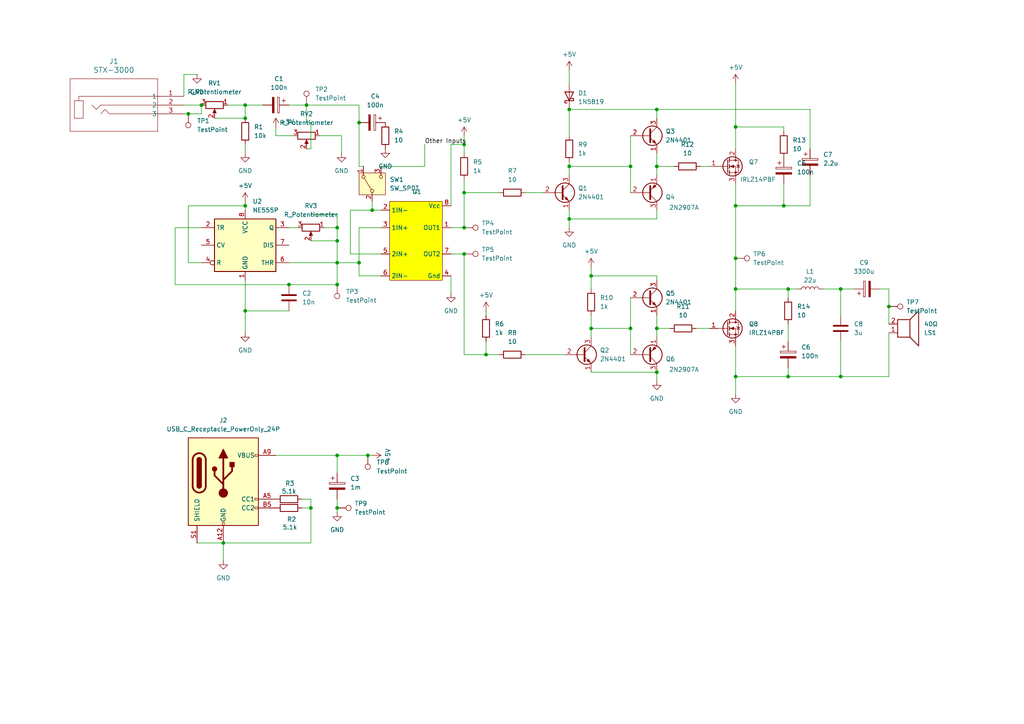
<source format=kicad_sch>
(kicad_sch (version 20250114) (generator "eeschema") (generator_version "9.0")
  (paper "A4")
  (title_block (title "Class D Amplifier") (date "2025-09-22") (rev "01") (company "University of Waterloo"))
  (lib_symbols
    (symbol "Audio Jack ClassD:STX-3000" (pin_names (offset 0.254))
      (property "Reference" "J" (at -20.32 10.16 0))
      (property "Value" "STX-3000" (at -20.32 7.62 0))
      (symbol "STX-3000_0_1"
        (polyline (pts (xy -33.02 5.08) (xy -33.02 -10.16)) (stroke (width 0.127)))
        (polyline (pts (xy -33.02 -10.16) (xy -7.62 -10.16)) (stroke (width 0.127)))
        (polyline (pts (xy -31.75 -1.27) (xy -29.21 -1.27)) (stroke (width 0.127)))
        (polyline (pts (xy -31.75 -6.35) (xy -31.75 -1.27)) (stroke (width 0.127)))
        (polyline (pts (xy -30.48 0) (xy -30.48 -1.27)) (stroke (width 0.127)))
        (polyline (pts (xy -29.21 -1.27) (xy -29.21 -6.35)) (stroke (width 0.127)))
        (polyline (pts (xy -29.21 -6.35) (xy -31.75 -6.35)) (stroke (width 0.127)))
        (polyline (pts (xy -25.4 -3.81) (xy -26.67 -2.54)) (stroke (width 0.127)))
        (polyline (pts (xy -25.4 -3.81) (xy -24.13 -2.54)) (stroke (width 0.127)))
        (polyline (pts (xy -22.86 -3.81) (xy -24.13 -5.08)) (stroke (width 0.127)))
        (polyline (pts (xy -21.59 -5.08) (xy -22.86 -3.81)) (stroke (width 0.127)))
        (polyline (pts (xy -7.62 5.08) (xy -33.02 5.08)) (stroke (width 0.127)))
        (polyline (pts (xy -7.62 0) (xy -30.48 0)) (stroke (width 0.127)))
        (polyline (pts (xy -7.62 -2.54) (xy -24.13 -2.54)) (stroke (width 0.127)))
        (polyline (pts (xy -7.62 -5.08) (xy -21.59 -5.08)) (stroke (width 0.127)))
        (polyline (pts (xy -7.62 -10.16) (xy -7.62 5.08)) (stroke (width 0.127)))
        (pin unspecified line (at 0 0 180) (length 7.62) (name "1") (number "1"))
        (pin unspecified line (at 0 -2.54 180) (length 7.62) (name "2") (number "2"))
        (pin unspecified line (at 0 -5.08 180) (length 7.62) (name "3") (number "3"))
      )
    )
    (symbol "Connector:TestPoint" (pin_numbers (hide yes)) (pin_names (offset 0.762) (hide yes))
      (property "Reference" "TP" (at 0 6.858 0))
      (property "Value" "TestPoint" (at 0 5.08 0))
      (symbol "TestPoint_0_1"
        (circle (center 0 3.302) (radius 0.762))
      )
      (symbol "TestPoint_1_1"
        (pin passive line (at 0 0 90) (length 2.54) (name "1") (number "1"))
      )
    )
    (symbol "Connector:USB_C_Receptacle_PowerOnly_24P" (pin_names (offset 1.016))
      (property "Reference" "J" (at 0 16.51 0))
      (property "Value" "USB_C_Receptacle_PowerOnly_24P" (at 0 13.97 0))
      (symbol "USB_C_Receptacle_PowerOnly_24P_0_0"
        (rectangle (start -0.254 -12.7) (end 0.254 -11.684))
        (rectangle (start 10.16 7.874) (end 9.144 7.366))
        (rectangle (start 10.16 -4.826) (end 9.144 -5.334))
        (rectangle (start 10.16 -7.366) (end 9.144 -7.874))
      )
      (symbol "USB_C_Receptacle_PowerOnly_24P_0_1"
        (rectangle (start -10.16 12.7) (end 10.16 -12.7) (stroke (width 0.254)) (fill (type background)))
        (polyline (pts (xy -8.89 -1.27) (xy -8.89 6.35)) (stroke (width 0.508)))
        (rectangle (start -7.62 -1.27) (end -6.35 6.35) (stroke (width 0.254)) (fill (type outline)))
        (arc (start -7.62 6.35) (mid -6.985 6.9823) (end -6.35 6.35) (stroke (width 0.254)))
        (arc (start -7.62 6.35) (mid -6.985 6.9823) (end -6.35 6.35) (stroke (width 0.254)) (fill (type outline)))
        (arc (start -8.89 6.35) (mid -6.985 8.2467) (end -5.08 6.35) (stroke (width 0.508)))
        (arc (start -5.08 -1.27) (mid -6.985 -3.1667) (end -8.89 -1.27) (stroke (width 0.508)))
        (arc (start -6.35 -1.27) (mid -6.985 -1.9023) (end -7.62 -1.27) (stroke (width 0.254)))
        (arc (start -6.35 -1.27) (mid -6.985 -1.9023) (end -7.62 -1.27) (stroke (width 0.254)) (fill (type outline)))
        (polyline (pts (xy -5.08 6.35) (xy -5.08 -1.27)) (stroke (width 0.508)))
        (circle (center -2.54 3.683) (radius 0.635) (stroke (width 0.254)) (fill (type outline)))
        (polyline (pts (xy -1.27 6.858) (xy 0 9.398) (xy 1.27 6.858) (xy -1.27 6.858)) (stroke (width 0.254)) (fill (type outline)))
        (polyline (pts (xy 0 0.508) (xy 2.54 3.048) (xy 2.54 4.318)) (stroke (width 0.508)))
        (polyline (pts (xy 0 -0.762) (xy -2.54 1.778) (xy -2.54 3.048)) (stroke (width 0.508)))
        (polyline (pts (xy 0 -3.302) (xy 0 6.858)) (stroke (width 0.508)))
        (circle (center 0 -3.302) (radius 1.27) (fill (type outline)))
        (rectangle (start 1.905 4.318) (end 3.175 5.588) (stroke (width 0.254)) (fill (type outline)))
      )
      (symbol "USB_C_Receptacle_PowerOnly_24P_1_1"
        (pin passive line (at -7.62 -17.78 90) (length 5.08) (name "SHIELD") (number "S1"))
        (pin passive line (at 0 -17.78 90) (length 5.08) (hide yes) (name "GND") (number "A1"))
        (pin power_in line (at 0 -17.78 90) (length 5.08) (name "GND") (number "A12"))
        (pin passive line (at 0 -17.78 90) (length 5.08) (hide yes) (name "GND") (number "B1"))
        (pin passive line (at 0 -17.78 90) (length 5.08) (hide yes) (name "GND") (number "B12"))
        (pin passive line (at 15.24 7.62 180) (length 5.08) (hide yes) (name "VBUS") (number "A4"))
        (pin power_in line (at 15.24 7.62 180) (length 5.08) (name "VBUS") (number "A9"))
        (pin passive line (at 15.24 7.62 180) (length 5.08) (hide yes) (name "VBUS") (number "B4"))
        (pin passive line (at 15.24 7.62 180) (length 5.08) (hide yes) (name "VBUS") (number "B9"))
        (pin bidirectional line (at 15.24 -5.08 180) (length 5.08) (name "CC1") (number "A5"))
        (pin bidirectional line (at 15.24 -7.62 180) (length 5.08) (name "CC2") (number "B5"))
      )
    )
    (symbol "Device:C" (pin_numbers (hide yes)) (pin_names (offset 0.254))
      (property "Reference" "C" (at 0.635 2.54 0))
      (property "Value" "C" (at 0.635 -2.54 0))
      (symbol "C_0_1"
        (polyline (pts (xy -2.032 0.762) (xy 2.032 0.762)) (stroke (width 0.508)))
        (polyline (pts (xy -2.032 -0.762) (xy 2.032 -0.762)) (stroke (width 0.508)))
      )
      (symbol "C_1_1"
        (pin passive line (at 0 3.81 270) (length 2.794) (name "~") (number "1"))
        (pin passive line (at 0 -3.81 90) (length 2.794) (name "~") (number "2"))
      )
    )
    (symbol "Device:C_Polarized" (pin_numbers (hide yes)) (pin_names (offset 0.254))
      (property "Reference" "C" (at 0.635 2.54 0))
      (property "Value" "C_Polarized" (at 0.635 -2.54 0))
      (symbol "C_Polarized_0_1"
        (rectangle (start -2.286 0.508) (end 2.286 1.016))
        (polyline (pts (xy -1.778 2.286) (xy -0.762 2.286)))
        (polyline (pts (xy -1.27 2.794) (xy -1.27 1.778)))
        (rectangle (start 2.286 -0.508) (end -2.286 -1.016) (fill (type outline)))
      )
      (symbol "C_Polarized_1_1"
        (pin passive line (at 0 3.81 270) (length 2.794) (name "~") (number "1"))
        (pin passive line (at 0 -3.81 90) (length 2.794) (name "~") (number "2"))
      )
    )
    (symbol "Device:L" (pin_numbers (hide yes)) (pin_names (offset 1.016) (hide yes))
      (property "Reference" "L" (at -1.27 0 90))
      (property "Value" "L" (at 1.905 0 90))
      (symbol "L_0_1"
        (arc (start 0 2.54) (mid 0.6323 1.905) (end 0 1.27))
        (arc (start 0 1.27) (mid 0.6323 0.635) (end 0 0))
        (arc (start 0 0) (mid 0.6323 -0.635) (end 0 -1.27))
        (arc (start 0 -1.27) (mid 0.6323 -1.905) (end 0 -2.54))
      )
      (symbol "L_1_1"
        (pin passive line (at 0 3.81 270) (length 1.27) (name "1") (number "1"))
        (pin passive line (at 0 -3.81 90) (length 1.27) (name "2") (number "2"))
      )
    )
    (symbol "Device:R" (pin_numbers (hide yes)) (pin_names (offset 0))
      (property "Reference" "R" (at 2.032 0 90))
      (property "Value" "R" (at 0 0 90))
      (symbol "R_0_1"
        (rectangle (start -1.016 -2.54) (end 1.016 2.54) (stroke (width 0.254)))
      )
      (symbol "R_1_1"
        (pin passive line (at 0 3.81 270) (length 1.27) (name "~") (number "1"))
        (pin passive line (at 0 -3.81 90) (length 1.27) (name "~") (number "2"))
      )
    )
    (symbol "Device:R_Potentiometer" (pin_names (offset 1.016) (hide yes))
      (property "Reference" "RV" (at -4.445 0 90))
      (property "Value" "R_Potentiometer" (at -2.54 0 90))
      (symbol "R_Potentiometer_0_1"
        (rectangle (start 1.016 2.54) (end -1.016 -2.54) (stroke (width 0.254)))
        (polyline (pts (xy 1.143 0) (xy 2.286 0.508) (xy 2.286 -0.508) (xy 1.143 0)) (fill (type outline)))
        (polyline (pts (xy 2.54 0) (xy 1.524 0)))
      )
      (symbol "R_Potentiometer_1_1"
        (pin passive line (at 0 3.81 270) (length 1.27) (name "1") (number "1"))
        (pin passive line (at 0 -3.81 90) (length 1.27) (name "3") (number "3"))
        (pin passive line (at 3.81 0 180) (length 1.27) (name "2") (number "2"))
      )
    )
    (symbol "Device:Speaker" (pin_names (offset 0) (hide yes))
      (property "Reference" "LS" (at 1.27 5.715 0))
      (property "Value" "Speaker" (at 1.27 3.81 0))
      (symbol "Speaker_0_0"
        (rectangle (start -2.54 1.27) (end 1.016 -3.81) (stroke (width 0.254)))
        (polyline (pts (xy 1.016 1.27) (xy 3.556 3.81) (xy 3.556 -6.35) (xy 1.016 -3.81)) (stroke (width 0.254)))
      )
      (symbol "Speaker_1_1"
        (pin input line (at -5.08 0 0) (length 2.54) (name "1") (number "1"))
        (pin input line (at -5.08 -2.54 0) (length 2.54) (name "2") (number "2"))
      )
    )
    (symbol "Diode:1N5819WS" (pin_numbers (hide yes)) (pin_names (offset 1.016) (hide yes))
      (property "Reference" "D" (at 0 2.54 0))
      (property "Value" "1N5819WS" (at 0 -2.54 0))
      (symbol "1N5819WS_0_1"
        (polyline (pts (xy -1.905 0.635) (xy -1.905 1.27) (xy -1.27 1.27) (xy -1.27 -1.27) (xy -0.635 -1.27) (xy -0.635 -0.635)) (stroke (width 0.254)))
        (polyline (pts (xy 1.27 1.27) (xy 1.27 -1.27) (xy -1.27 0) (xy 1.27 1.27)) (stroke (width 0.254)))
        (polyline (pts (xy 1.27 0) (xy -1.27 0)))
      )
      (symbol "1N5819WS_1_1"
        (pin passive line (at -3.81 0 0) (length 2.54) (name "K") (number "1"))
        (pin passive line (at 3.81 0 180) (length 2.54) (name "A") (number "2"))
      )
    )
    (symbol "LM393 DUAL:LM393_Dual"
      (property "Reference" "LM393" (at 0.254 14.224 0))
      (property "Value" "~" (at 0 13.97 0))
      (symbol "LM393_Dual_1_1"
        (rectangle (start -7.62 11.43) (end 7.62 -11.43) (fill (type color) (color 252 255 0 1)))
        (pin input line (at -10.16 8.89 0) (length 2.54) (name "1IN-") (number "2"))
        (pin input line (at -10.16 3.81 0) (length 2.54) (name "1IN+") (number "3"))
        (pin input line (at -10.16 -3.81 0) (length 2.54) (name "2IN+") (number "5"))
        (pin input line (at -10.16 -10.16 0) (length 2.54) (name "2IN-") (number "6"))
        (pin power_in line (at 10.16 10.16 180) (length 2.54) (name "Vcc") (number "8"))
        (pin output line (at 10.16 3.81 180) (length 2.54) (name "OUT1") (number "1"))
        (pin output line (at 10.16 -3.81 180) (length 2.54) (name "OUT2") (number "7"))
        (pin power_out line (at 10.16 -10.16 180) (length 2.54) (name "Gnd") (number "4"))
      )
    )
    (symbol "Switch:SW_SPDT" (pin_names (offset 0) (hide yes))
      (property "Reference" "SW" (at 0 5.08 0))
      (property "Value" "SW_SPDT" (at 0 -5.08 0))
      (symbol "SW_SPDT_0_1"
        (circle (center -2.032 0) (radius 0.4572))
        (polyline (pts (xy -1.651 0.254) (xy 1.651 2.286)))
        (circle (center 2.032 2.54) (radius 0.4572))
        (circle (center 2.032 -2.54) (radius 0.4572))
      )
      (symbol "SW_SPDT_1_1"
        (rectangle (start -3.175 3.81) (end 3.175 -3.81) (fill (type background)))
        (pin passive line (at -5.08 0 0) (length 2.54) (name "B") (number "2"))
        (pin passive line (at 5.08 2.54 180) (length 2.54) (name "A") (number "1"))
        (pin passive line (at 5.08 -2.54 180) (length 2.54) (name "C") (number "3"))
      )
    )
    (symbol "Timer:NE555P"
      (property "Reference" "U" (at -10.16 8.89 0))
      (property "Value" "NE555P" (at 2.54 8.89 0))
      (symbol "NE555P_0_0"
        (pin power_in line (at 0 10.16 270) (length 2.54) (name "VCC") (number "8"))
        (pin power_in line (at 0 -10.16 90) (length 2.54) (name "GND") (number "1"))
      )
      (symbol "NE555P_0_1"
        (rectangle (start -8.89 -7.62) (end 8.89 7.62) (stroke (width 0.254)) (fill (type background)))
        (rectangle (start -8.89 -7.62) (end 8.89 7.62) (stroke (width 0.254)) (fill (type background)))
      )
      (symbol "NE555P_1_1"
        (pin input line (at -12.7 5.08 0) (length 3.81) (name "TR") (number "2"))
        (pin input line (at -12.7 0 0) (length 3.81) (name "CV") (number "5"))
        (pin input inverted (at -12.7 -5.08 0) (length 3.81) (name "R") (number "4"))
        (pin output line (at 12.7 5.08 180) (length 3.81) (name "Q") (number "3"))
        (pin input line (at 12.7 0 180) (length 3.81) (name "DIS") (number "7"))
        (pin input line (at 12.7 -5.08 180) (length 3.81) (name "THR") (number "6"))
      )
    )
    (symbol "Transistor_BJT:2N3904" (pin_names (offset 0) (hide yes))
      (property "Reference" "Q" (at 5.08 1.905 0))
      (property "Value" "2N3904" (at 5.08 0 0))
      (symbol "2N3904_0_1"
        (polyline (pts (xy -2.54 0) (xy 0.635 0)))
        (polyline (pts (xy 0.635 1.905) (xy 0.635 -1.905)) (stroke (width 0.508)))
        (circle (center 1.27 0) (radius 2.8194) (stroke (width 0.254)))
      )
      (symbol "2N3904_1_1"
        (polyline (pts (xy 0.635 0.635) (xy 2.54 2.54)))
        (polyline (pts (xy 0.635 -0.635) (xy 2.54 -2.54)))
        (polyline (pts (xy 1.27 -1.778) (xy 1.778 -1.27) (xy 2.286 -2.286) (xy 1.27 -1.778)) (fill (type outline)))
        (pin input line (at -5.08 0 0) (length 2.54) (name "B") (number "2"))
        (pin passive line (at 2.54 5.08 270) (length 2.54) (name "C") (number "3"))
        (pin passive line (at 2.54 -5.08 90) (length 2.54) (name "E") (number "1"))
      )
    )
    (symbol "Transistor_BJT:2N3906" (pin_names (offset 0) (hide yes))
      (property "Reference" "Q" (at 5.08 1.905 0))
      (property "Value" "2N3906" (at 5.08 0 0))
      (symbol "2N3906_0_1"
        (polyline (pts (xy -2.54 0) (xy 0.635 0)))
        (polyline (pts (xy 0.635 1.905) (xy 0.635 -1.905)) (stroke (width 0.508)))
        (polyline (pts (xy 0.635 0.635) (xy 2.54 2.54)))
        (polyline (pts (xy 0.635 -0.635) (xy 2.54 -2.54)))
        (circle (center 1.27 0) (radius 2.8194) (stroke (width 0.254)))
        (polyline (pts (xy 2.286 -1.778) (xy 1.778 -2.286) (xy 1.27 -1.27) (xy 2.286 -1.778)) (fill (type outline)))
      )
      (symbol "2N3906_1_1"
        (pin input line (at -5.08 0 0) (length 2.54) (name "B") (number "2"))
        (pin passive line (at 2.54 5.08 270) (length 2.54) (name "C") (number "3"))
        (pin passive line (at 2.54 -5.08 90) (length 2.54) (name "E") (number "1"))
      )
    )
    (symbol "Transistor_FET:IRF540N" (pin_names (hide yes))
      (property "Reference" "Q" (at 5.08 1.905 0))
      (property "Value" "IRF540N" (at 5.08 0 0))
      (symbol "IRF540N_0_1"
        (polyline (pts (xy 0.254 1.905) (xy 0.254 -1.905)) (stroke (width 0.254)))
        (polyline (pts (xy 0.254 0) (xy -2.54 0)))
        (polyline (pts (xy 0.762 2.286) (xy 0.762 1.27)) (stroke (width 0.254)))
        (polyline (pts (xy 0.762 0.508) (xy 0.762 -0.508)) (stroke (width 0.254)))
        (polyline (pts (xy 0.762 -1.27) (xy 0.762 -2.286)) (stroke (width 0.254)))
        (polyline (pts (xy 0.762 -1.778) (xy 3.302 -1.778) (xy 3.302 1.778) (xy 0.762 1.778)))
        (polyline (pts (xy 1.016 0) (xy 2.032 0.381) (xy 2.032 -0.381) (xy 1.016 0)) (fill (type outline)))
        (circle (center 1.651 0) (radius 2.794) (stroke (width 0.254)))
        (polyline (pts (xy 2.54 2.54) (xy 2.54 1.778)))
        (circle (center 2.54 1.778) (radius 0.254) (fill (type outline)))
        (circle (center 2.54 -1.778) (radius 0.254) (fill (type outline)))
        (polyline (pts (xy 2.54 -2.54) (xy 2.54 0) (xy 0.762 0)))
        (polyline (pts (xy 2.794 0.508) (xy 2.921 0.381) (xy 3.683 0.381) (xy 3.81 0.254)))
        (polyline (pts (xy 3.302 0.381) (xy 2.921 -0.254) (xy 3.683 -0.254) (xy 3.302 0.381)))
      )
      (symbol "IRF540N_1_1"
        (pin input line (at -5.08 0 0) (length 2.54) (name "G") (number "1"))
        (pin passive line (at 2.54 5.08 270) (length 2.54) (name "D") (number "2"))
        (pin passive line (at 2.54 -5.08 90) (length 2.54) (name "S") (number "3"))
      )
    )
    (symbol "power:+5V" (power) (pin_numbers (hide yes)) (pin_names (offset 0) (hide yes))
      (property "Value" "+5V" (at 0 3.556 0))
      (symbol "+5V_0_1"
        (polyline (pts (xy -0.762 1.27) (xy 0 2.54)))
        (polyline (pts (xy 0 2.54) (xy 0.762 1.27)))
        (polyline (pts (xy 0 0) (xy 0 2.54)))
      )
      (symbol "+5V_1_1"
        (pin power_in line (at 0 0 90) (length 0) (name "~") (number "1"))
      )
    )
    (symbol "power:GND" (power) (pin_numbers (hide yes)) (pin_names (offset 0) (hide yes))
      (property "Value" "GND" (at 0 -3.81 0))
      (symbol "GND_0_1"
        (polyline (pts (xy 0 0) (xy 0 -1.27) (xy 1.27 -1.27) (xy 0 -2.54) (xy -1.27 -1.27) (xy 0 -1.27)))
      )
      (symbol "GND_1_1"
        (pin power_in line (at 0 0 270) (length 0) (name "~") (number "1"))
      )
    )
  )
  (junction (at 190.5 48.26))
  (junction (at 104.14 35.56))
  (junction (at 71.12 34.29))
  (junction (at 228.6 83.82))
  (junction (at 64.77 157.48))
  (junction (at 97.79 69.85))
  (junction (at 97.79 76.2))
  (junction (at 134.62 55.88))
  (junction (at 190.5 31.75))
  (junction (at 228.6 109.22))
  (junction (at 171.45 95.25))
  (junction (at 97.79 147.32))
  (junction (at 134.62 41.91))
  (junction (at 58.42 30.48))
  (junction (at 71.12 90.17))
  (junction (at 165.1 31.75))
  (junction (at 140.97 102.87))
  (junction (at 213.36 36.83))
  (junction (at 190.5 95.25))
  (junction (at 71.12 30.48))
  (junction (at 106.68 132.08))
  (junction (at 107.95 60.96))
  (junction (at 190.5 107.95))
  (junction (at 104.14 76.2))
  (junction (at 213.36 109.22))
  (junction (at 171.45 80.01))
  (junction (at 182.88 95.25))
  (junction (at 213.36 74.93))
  (junction (at 213.36 59.69))
  (junction (at 213.36 83.82))
  (junction (at 165.1 63.5))
  (junction (at 257.81 88.9))
  (junction (at 134.62 73.66))
  (junction (at 83.82 82.55))
  (junction (at 165.1 48.26))
  (junction (at 243.84 83.82))
  (junction (at 227.33 59.69))
  (junction (at 88.9 30.48))
  (junction (at 134.62 66.04))
  (junction (at 97.79 82.55))
  (junction (at 90.17 147.32))
  (junction (at 243.84 109.22))
  (junction (at 71.12 59.69))
  (junction (at 182.88 48.26))
  (junction (at 54.61 33.02))
  (junction (at 97.79 66.04))
  (junction (at 97.79 132.08))
  (wire (pts (xy 104.14 66.04) (xy 110.49 66.04)))
  (wire (pts (xy 140.97 90.17) (xy 140.97 91.44)))
  (wire (pts (xy 97.79 132.08) (xy 106.68 132.08)))
  (wire (pts (xy 228.6 109.22) (xy 243.84 109.22)))
  (wire (pts (xy 134.62 55.88) (xy 144.78 55.88)))
  (wire (pts (xy 243.84 109.22) (xy 257.81 109.22)))
  (wire (pts (xy 53.34 21.59) (xy 57.15 21.59)))
  (wire (pts (xy 213.36 83.82) (xy 228.6 83.82)))
  (wire (pts (xy 101.6 73.66) (xy 110.49 73.66)))
  (wire (pts (xy 190.5 91.44) (xy 190.5 95.25)))
  (wire (pts (xy 54.61 76.2) (xy 54.61 59.69)))
  (wire (pts (xy 50.8 66.04) (xy 50.8 82.55)))
  (wire (pts (xy 97.79 147.32) (xy 97.79 148.59)))
  (wire (pts (xy 54.61 59.69) (xy 71.12 59.69)))
  (wire (pts (xy 110.49 48.26) (xy 123.19 48.26)))
  (wire (pts (xy 88.9 35.56) (xy 88.9 30.48)))
  (wire (pts (xy 104.14 80.01) (xy 110.49 80.01)))
  (wire (pts (xy 234.95 59.69) (xy 227.33 59.69)))
  (wire (pts (xy 201.93 95.25) (xy 205.74 95.25)))
  (wire (pts (xy 80.01 132.08) (xy 97.79 132.08)))
  (wire (pts (xy 228.6 93.98) (xy 228.6 99.06)))
  (wire (pts (xy 165.1 60.96) (xy 165.1 63.5)))
  (wire (pts (xy 101.6 60.96) (xy 107.95 60.96)))
  (wire (pts (xy 71.12 58.42) (xy 71.12 59.69)))
  (wire (pts (xy 134.62 55.88) (xy 134.62 52.07)))
  (wire (pts (xy 190.5 48.26) (xy 190.5 50.8)))
  (wire (pts (xy 107.95 60.96) (xy 110.49 60.96)))
  (wire (pts (xy 134.62 73.66) (xy 134.62 102.87)))
  (wire (pts (xy 228.6 83.82) (xy 228.6 86.36)))
  (wire (pts (xy 190.5 31.75) (xy 190.5 34.29)))
  (wire (pts (xy 165.1 48.26) (xy 182.88 48.26)))
  (wire (pts (xy 227.33 38.1) (xy 227.33 36.83)))
  (wire (pts (xy 190.5 44.45) (xy 190.5 48.26)))
  (wire (pts (xy 190.5 110.49) (xy 190.5 107.95)))
  (wire (pts (xy 106.68 132.08) (xy 107.95 132.08)))
  (wire (pts (xy 165.1 20.32) (xy 165.1 24.13)))
  (wire (pts (xy 64.77 157.48) (xy 64.77 162.56)))
  (wire (pts (xy 53.34 30.48) (xy 58.42 30.48)))
  (wire (pts (xy 257.81 96.52) (xy 257.81 109.22)))
  (wire (pts (xy 50.8 82.55) (xy 83.82 82.55)))
  (wire (pts (xy 53.34 27.94) (xy 53.34 21.59)))
  (wire (pts (xy 171.45 107.95) (xy 190.5 107.95)))
  (wire (pts (xy 99.06 39.37) (xy 99.06 44.45)))
  (wire (pts (xy 228.6 83.82) (xy 231.14 83.82)))
  (wire (pts (xy 234.95 43.18) (xy 234.95 31.75)))
  (wire (pts (xy 182.88 48.26) (xy 182.88 55.88)))
  (wire (pts (xy 134.62 66.04) (xy 134.62 55.88)))
  (wire (pts (xy 97.79 76.2) (xy 104.14 76.2)))
  (wire (pts (xy 130.81 41.91) (xy 130.81 59.69)))
  (wire (pts (xy 213.36 109.22) (xy 228.6 109.22)))
  (wire (pts (xy 195.58 48.26) (xy 190.5 48.26)))
  (wire (pts (xy 190.5 95.25) (xy 190.5 97.79)))
  (wire (pts (xy 88.9 30.48) (xy 83.82 30.48)))
  (wire (pts (xy 101.6 60.96) (xy 101.6 73.66)))
  (wire (pts (xy 257.81 88.9) (xy 257.81 93.98)))
  (wire (pts (xy 171.45 80.01) (xy 171.45 83.82)))
  (wire (pts (xy 104.14 35.56) (xy 104.14 48.26)))
  (wire (pts (xy 213.36 59.69) (xy 213.36 74.93)))
  (wire (pts (xy 165.1 39.37) (xy 165.1 31.75)))
  (wire (pts (xy 87.63 147.32) (xy 90.17 147.32)))
  (wire (pts (xy 104.14 76.2) (xy 104.14 80.01)))
  (wire (pts (xy 255.27 83.82) (xy 257.81 83.82)))
  (wire (pts (xy 123.19 41.91) (xy 123.19 48.26)))
  (wire (pts (xy 165.1 31.75) (xy 190.5 31.75)))
  (wire (pts (xy 90.17 147.32) (xy 90.17 157.48)))
  (wire (pts (xy 152.4 55.88) (xy 157.48 55.88)))
  (wire (pts (xy 104.14 66.04) (xy 104.14 76.2)))
  (wire (pts (xy 243.84 83.82) (xy 247.65 83.82)))
  (wire (pts (xy 165.1 63.5) (xy 165.1 66.04)))
  (wire (pts (xy 171.45 97.79) (xy 171.45 95.25)))
  (wire (pts (xy 130.81 73.66) (xy 134.62 73.66)))
  (wire (pts (xy 243.84 83.82) (xy 238.76 83.82)))
  (wire (pts (xy 152.4 102.87) (xy 163.83 102.87)))
  (wire (pts (xy 80.01 36.83) (xy 80.01 39.37)))
  (wire (pts (xy 213.36 100.33) (xy 213.36 109.22)))
  (wire (pts (xy 62.23 34.29) (xy 71.12 34.29)))
  (wire (pts (xy 58.42 66.04) (xy 50.8 66.04)))
  (wire (pts (xy 227.33 36.83) (xy 213.36 36.83)))
  (wire (pts (xy 80.01 39.37) (xy 85.09 39.37)))
  (wire (pts (xy 83.82 82.55) (xy 97.79 82.55)))
  (wire (pts (xy 190.5 80.01) (xy 190.5 81.28)))
  (wire (pts (xy 182.88 86.36) (xy 182.88 95.25)))
  (wire (pts (xy 134.62 102.87) (xy 140.97 102.87)))
  (wire (pts (xy 165.1 63.5) (xy 190.5 63.5)))
  (wire (pts (xy 182.88 39.37) (xy 182.88 48.26)))
  (wire (pts (xy 97.79 66.04) (xy 97.79 69.85)))
  (wire (pts (xy 83.82 66.04) (xy 86.36 66.04)))
  (wire (pts (xy 97.79 62.23) (xy 97.79 66.04)))
  (wire (pts (xy 213.36 53.34) (xy 213.36 59.69)))
  (wire (pts (xy 97.79 132.08) (xy 97.79 137.16)))
  (wire (pts (xy 213.36 36.83) (xy 213.36 43.18)))
  (wire (pts (xy 171.45 77.47) (xy 171.45 80.01)))
  (wire (pts (xy 58.42 76.2) (xy 54.61 76.2)))
  (wire (pts (xy 182.88 95.25) (xy 182.88 102.87)))
  (wire (pts (xy 88.9 43.18) (xy 90.17 43.18)))
  (wire (pts (xy 140.97 99.06) (xy 140.97 102.87)))
  (wire (pts (xy 213.36 24.13) (xy 213.36 36.83)))
  (wire (pts (xy 134.62 39.37) (xy 134.62 41.91)))
  (wire (pts (xy 71.12 30.48) (xy 71.12 34.29)))
  (wire (pts (xy 104.14 48.26) (xy 105.41 48.26)))
  (wire (pts (xy 228.6 106.68) (xy 228.6 109.22)))
  (wire (pts (xy 257.81 83.82) (xy 257.81 88.9)))
  (wire (pts (xy 213.36 83.82) (xy 213.36 90.17)))
  (wire (pts (xy 243.84 83.82) (xy 243.84 91.44)))
  (wire (pts (xy 71.12 30.48) (xy 76.2 30.48)))
  (wire (pts (xy 234.95 50.8) (xy 234.95 59.69)))
  (wire (pts (xy 57.15 157.48) (xy 64.77 157.48)))
  (wire (pts (xy 90.17 69.85) (xy 97.79 69.85)))
  (wire (pts (xy 93.98 66.04) (xy 97.79 66.04)))
  (wire (pts (xy 107.95 58.42) (xy 107.95 60.96)))
  (wire (pts (xy 213.36 109.22) (xy 213.36 114.3)))
  (wire (pts (xy 171.45 95.25) (xy 182.88 95.25)))
  (wire (pts (xy 171.45 91.44) (xy 171.45 95.25)))
  (wire (pts (xy 171.45 80.01) (xy 190.5 80.01)))
  (wire (pts (xy 54.61 33.02) (xy 58.42 33.02)))
  (wire (pts (xy 90.17 147.32) (xy 90.17 144.78)))
  (wire (pts (xy 92.71 39.37) (xy 99.06 39.37)))
  (wire (pts (xy 134.62 41.91) (xy 130.81 41.91)))
  (wire (pts (xy 71.12 41.91) (xy 71.12 44.45)))
  (wire (pts (xy 87.63 144.78) (xy 90.17 144.78)))
  (wire (pts (xy 227.33 59.69) (xy 213.36 59.69)))
  (wire (pts (xy 130.81 85.09) (xy 130.81 80.01)))
  (wire (pts (xy 243.84 99.06) (xy 243.84 109.22)))
  (wire (pts (xy 190.5 95.25) (xy 194.31 95.25)))
  (wire (pts (xy 88.9 30.48) (xy 104.14 30.48)))
  (wire (pts (xy 71.12 81.28) (xy 71.12 90.17)))
  (wire (pts (xy 104.14 30.48) (xy 104.14 35.56)))
  (wire (pts (xy 53.34 33.02) (xy 54.61 33.02)))
  (wire (pts (xy 97.79 76.2) (xy 97.79 82.55)))
  (wire (pts (xy 66.04 30.48) (xy 71.12 30.48)))
  (wire (pts (xy 205.74 48.26) (xy 203.2 48.26)))
  (wire (pts (xy 71.12 90.17) (xy 83.82 90.17)))
  (wire (pts (xy 165.1 48.26) (xy 165.1 50.8)))
  (wire (pts (xy 227.33 53.34) (xy 227.33 59.69)))
  (wire (pts (xy 190.5 63.5) (xy 190.5 60.96)))
  (wire (pts (xy 90.17 43.18) (xy 90.17 35.56)))
  (wire (pts (xy 97.79 69.85) (xy 97.79 76.2)))
  (wire (pts (xy 97.79 144.78) (xy 97.79 147.32)))
  (wire (pts (xy 213.36 74.93) (xy 213.36 83.82)))
  (wire (pts (xy 64.77 157.48) (xy 90.17 157.48)))
  (wire (pts (xy 140.97 102.87) (xy 144.78 102.87)))
  (wire (pts (xy 58.42 33.02) (xy 58.42 30.48)))
  (wire (pts (xy 190.5 31.75) (xy 234.95 31.75)))
  (wire (pts (xy 90.17 62.23) (xy 97.79 62.23)))
  (wire (pts (xy 71.12 59.69) (xy 71.12 60.96)))
  (wire (pts (xy 165.1 46.99) (xy 165.1 48.26)))
  (wire (pts (xy 134.62 41.91) (xy 134.62 44.45)))
  (wire (pts (xy 130.81 66.04) (xy 134.62 66.04)))
  (wire (pts (xy 90.17 35.56) (xy 88.9 35.56)))
  (wire (pts (xy 83.82 76.2) (xy 97.79 76.2)))
  (wire (pts (xy 71.12 90.17) (xy 71.12 96.52)))
  (label "Other Inputs" (at 123.19 41.91 0))
  (symbol (lib_id "power:+5V") (at 213.36 24.13 0) (unit 1)
    (property "Reference" "#PWR018" (effects (hide yes)))
    (property "Value" "+5V" (at 213.36 19.558 0))
    (property "Description" "Power symbol creates a global label with name \"+5V\"" (effects (hide yes)))
  )
  (symbol (lib_id "Device:C_Polarized") (at 234.95 46.99 0) (unit 1)
    (property "Reference" "C7" (at 238.76 44.8309 0) (effects (justify left)))
    (property "Value" "2.2u" (at 238.76 47.3709 0) (effects (justify left)))
    (property "Footprint" "PCM_Capacitor_THT_AKL:C_Rect_L19.0mm_W11.0mm_P15.00mm_MKS4" (effects (hide yes)))
    (property "Description" "Polarized capacitor" (effects (hide yes)))
  )
  (symbol (lib_id "power:GND") (at 111.76 43.18 0) (unit 1)
    (property "Reference" "#PWR010" (effects (hide yes)))
    (property "Value" "GND" (at 111.76 48.26 0))
    (property "Description" "Power symbol creates a global label with name \"GND\" , ground" (effects (hide yes)))
  )
  (symbol (lib_id "Device:C_Polarized") (at 227.33 49.53 0) (unit 1)
    (property "Reference" "C5" (at 231.14 47.3709 0) (effects (justify left)))
    (property "Value" "100n" (at 231.14 49.9109 0) (effects (justify left)))
    (property "Footprint" "PCM_Capacitor_THT_AKL:C_Disc_D5.0mm_W2.5mm_P5.00mm" (effects (hide yes)))
    (property "Description" "Polarized capacitor" (effects (hide yes)))
  )
  (symbol (lib_id "Device:R") (at 148.59 55.88 270) (unit 1)
    (property "Reference" "R7" (at 148.59 49.53 90))
    (property "Value" "10" (at 148.59 52.07 90))
    (property "Footprint" "PCM_Resistor_THT_US_AKL:R_Axial_DIN0411_L9.9mm_D3.6mm_P15.24mm_Horizontal" (effects (hide yes)))
    (property "Description" "Resistor" (effects (hide yes)))
  )
  (symbol (lib_id "power:GND") (at 213.36 114.3 0) (unit 1)
    (property "Reference" "#PWR019" (effects (hide yes)))
    (property "Value" "GND" (at 213.36 119.38 0))
    (property "Description" "Power symbol creates a global label with name \"GND\" , ground" (effects (hide yes)))
  )
  (symbol (lib_id "Device:R") (at 134.62 48.26 0) (unit 1)
    (property "Reference" "R5" (at 137.16 46.9899 0) (effects (justify left)))
    (property "Value" "1k" (at 137.16 49.5299 0) (effects (justify left)))
    (property "Footprint" "PCM_Resistor_THT_US_AKL:R_Axial_DIN0309_L9.0mm_D3.2mm_P12.70mm_Horizontal" (effects (hide yes)))
    (property "Description" "Resistor" (effects (hide yes)))
  )
  (symbol (lib_id "Connector:TestPoint") (at 213.36 74.93 270) (unit 1)
    (property "Reference" "TP6" (at 218.44 73.6599 90) (effects (justify left)))
    (property "Value" "TestPoint" (at 218.44 76.1999 90) (effects (justify left)))
    (property "Footprint" "TestPoint:TestPoint_Keystone_5010-5014_Multipurpose" (effects (hide yes)))
    (property "Description" "test point" (effects (hide yes)))
  )
  (symbol (lib_id "Connector:TestPoint") (at 97.79 82.55 180) (unit 1)
    (property "Reference" "TP3" (at 100.33 84.5819 0) (effects (justify right)))
    (property "Value" "TestPoint" (at 100.33 87.1219 0) (effects (justify right)))
    (property "Footprint" "TestPoint:TestPoint_Keystone_5010-5014_Multipurpose" (effects (hide yes)))
    (property "Description" "test point" (effects (hide yes)))
  )
  (symbol (lib_id "power:GND") (at 64.77 162.56 0) (unit 1)
    (property "Reference" "#PWR02" (effects (hide yes)))
    (property "Value" "GND" (at 64.77 167.64 0))
    (property "Description" "Power symbol creates a global label with name \"GND\" , ground" (effects (hide yes)))
  )
  (symbol (lib_id "Device:C_Polarized") (at 80.01 30.48 270) (unit 1)
    (property "Reference" "C1" (at 80.899 22.86 90))
    (property "Value" "100n" (at 80.899 25.4 90))
    (property "Footprint" "PCM_Capacitor_THT_AKL:C_Disc_D5.0mm_W2.5mm_P5.00mm" (effects (hide yes)))
    (property "Description" "Polarized capacitor" (effects (hide yes)))
  )
  (symbol (lib_id "Timer:NE555P") (at 71.12 71.12 0) (unit 1)
    (property "Reference" "U2" (at 73.2633 58.42 0) (effects (justify left)))
    (property "Value" "NE555P" (at 73.2633 60.96 0) (effects (justify left)))
    (property "Footprint" "Class D:TLC555CP" (effects (hide yes)))
    (property "Datasheet" "http://www.ti.com/lit/ds/symlink/ne555.pdf" (effects (hide yes)))
    (property "Description" "Precision Timers, 555 compatible,  PDIP-8" (effects (hide yes)))
  )
  (symbol (lib_id "Device:R_Potentiometer") (at 88.9 39.37 270) (unit 1)
    (property "Reference" "RV2" (at 88.9 33.02 90))
    (property "Value" "R_Potentiometer" (at 88.9 35.56 90))
    (property "Footprint" "PCM_Potentiometer_THT_US_AKL:Potentiometer_Bourns_3296W_Vertical" (effects (hide yes)))
    (property "Datasheet" "https://www.bourns.com/docs/product-datasheets/3296.pdf" (effects (hide yes)))
    (property "Description" "Potentiometer" (effects (hide yes)))
  )
  (symbol (lib_id "power:GND") (at 130.81 85.09 0) (unit 1)
    (property "Reference" "#PWR011" (effects (hide yes)))
    (property "Value" "GND" (at 130.81 90.17 0))
    (property "Description" "Power symbol creates a global label with name \"GND\" , ground" (effects (hide yes)))
  )
  (symbol (lib_id "Device:L") (at 234.95 83.82 90) (unit 1)
    (property "Reference" "L1" (at 234.95 78.74 90))
    (property "Value" "22u" (at 234.95 81.28 90))
    (property "Footprint" "Class D:IND_BOURNS_RLB0912" (effects (hide yes)))
    (property "Description" "Inductor" (effects (hide yes)))
  )
  (symbol (lib_id "Transistor_BJT:2N3904") (at 187.96 86.36 0) (unit 1)
    (property "Reference" "Q5" (at 193.04 85.0899 0) (effects (justify left)))
    (property "Value" "2N4401" (at 193.04 87.6299 0) (effects (justify left)))
    (property "Footprint" "Class D:NPN_Schematic" (effects (hide yes)))
    (property "Datasheet" "https://diotec.com/request/datasheet/2n4401.pdf" (effects (hide yes)))
  )
  (symbol (lib_id "Transistor_BJT:2N3906") (at 187.96 102.87 0) (mirror x) (unit 1)
    (property "Reference" "Q6" (at 193.04 104.1401 0) (effects (justify left)))
    (property "Value" "2N2907A" (at 194.056 107.188 0) (effects (justify left)))
    (property "Footprint" "Class D:PNP_Schematic" (effects (hide yes)))
    (property "Datasheet" "https://diotec.com/request/datasheet/2n2907a.pdf" (effects (hide yes)))
  )
  (symbol (lib_id "Transistor_FET:IRF540N") (at 210.82 48.26 0) (unit 1)
    (property "Reference" "Q7" (at 217.17 46.9899 0) (effects (justify left)))
    (property "Value" "IRLZ14PBF" (at 214.63 52.07 0) (effects (justify left)))
    (property "Footprint" "Class D:NMOS Schematic" (effects (hide yes)))
    (property "Datasheet" "https://www.vishay.com/docs/91325/irlz14.pdf" (effects (hide yes)))
    (property "Description" "NMOS" (effects (hide yes)))
  )
  (symbol (lib_id "power:GND") (at 57.15 21.59 0) (unit 1)
    (property "Reference" "#PWR01" (effects (hide yes)))
    (property "Value" "GND" (at 57.15 26.67 0))
    (property "Description" "Power symbol creates a global label with name \"GND\" , ground" (effects (hide yes)))
  )
  (symbol (lib_id "LM393 DUAL:LM393_Dual") (at 120.65 69.85 0) (unit 1)
    (property "Reference" "U1" (at 120.904 55.626 0))
    (property "Value" "~" (at 120.65 55.88 0))
    (property "Footprint" "Class D:LM393" (effects (hide yes)))
  )
  (symbol (lib_id "Device:R") (at 165.1 43.18 0) (unit 1)
    (property "Reference" "R9" (at 167.64 41.9099 0) (effects (justify left)))
    (property "Value" "1k" (at 167.64 44.4499 0) (effects (justify left)))
    (property "Footprint" "PCM_Resistor_THT_US_AKL:R_Axial_DIN0309_L9.0mm_D3.2mm_P12.70mm_Horizontal" (effects (hide yes)))
    (property "Description" "Resistor" (effects (hide yes)))
  )
  (symbol (lib_id "Connector:TestPoint") (at 97.79 147.32 270) (unit 1)
    (property "Reference" "TP9" (at 102.87 146.0499 90) (effects (justify left)))
    (property "Value" "TestPoint" (at 102.87 148.5899 90) (effects (justify left)))
    (property "Footprint" "TestPoint:TestPoint_Keystone_5010-5014_Multipurpose" (effects (hide yes)))
    (property "Description" "test point" (effects (hide yes)))
  )
  (symbol (lib_id "power:+5V") (at 107.95 132.08 270) (unit 1)
    (property "Reference" "#PWR09" (effects (hide yes)))
    (property "Value" "+5V" (at 112.522 132.08 0))
    (property "Description" "Power symbol creates a global label with name \"+5V\"" (effects (hide yes)))
  )
  (symbol (lib_id "power:+5V") (at 171.45 77.47 0) (unit 1)
    (property "Reference" "#PWR016" (effects (hide yes)))
    (property "Value" "+5V" (at 171.45 72.898 0))
    (property "Description" "Power symbol creates a global label with name \"+5V\"" (effects (hide yes)))
  )
  (symbol (lib_id "Connector:TestPoint") (at 106.68 132.08 180) (unit 1)
    (property "Reference" "TP8" (at 109.22 134.1119 0) (effects (justify right)))
    (property "Value" "TestPoint" (at 109.22 136.6519 0) (effects (justify right)))
    (property "Footprint" "TestPoint:TestPoint_Keystone_5010-5014_Multipurpose" (effects (hide yes)))
    (property "Description" "test point" (effects (hide yes)))
  )
  (symbol (lib_id "Transistor_BJT:2N3904") (at 168.91 102.87 0) (unit 1)
    (property "Reference" "Q2" (at 173.99 101.5999 0) (effects (justify left)))
    (property "Value" "2N4401" (at 173.99 104.1399 0) (effects (justify left)))
    (property "Footprint" "Class D:NPN_Schematic" (effects (hide yes)))
    (property "Datasheet" "https://diotec.com/request/datasheet/2n4401.pdf" (effects (hide yes)))
  )
  (symbol (lib_id "power:+5V") (at 140.97 90.17 0) (unit 1)
    (property "Reference" "#PWR013" (effects (hide yes)))
    (property "Value" "+5V" (at 140.97 85.598 0))
    (property "Description" "Power symbol creates a global label with name \"+5V\"" (effects (hide yes)))
  )
  (symbol (lib_id "Device:Speaker") (at 262.89 96.52 0) (mirror x) (unit 1)
    (property "Reference" "LS1" (at 267.97 96.5201 0) (effects (justify left)))
    (property "Value" "40Ω" (at 267.97 93.9801 0) (effects (justify left)))
    (property "Footprint" "Class D:691137710002" (effects (hide yes)))
    (property "Description" "Speaker" (effects (hide yes)))
  )
  (symbol (lib_id "Switch:SW_SPDT") (at 107.95 53.34 90) (unit 1)
    (property "Reference" "SW1" (at 113.03 52.0699 90) (effects (justify right)))
    (property "Value" "SW_SPDT" (at 113.03 54.6099 90) (effects (justify right)))
    (property "Footprint" "Class D:PinHeader_1x03_P2.54mm_Vertical" (effects (hide yes)))
    (property "Description" "Switch, single pole double throw" (effects (hide yes)))
  )
  (symbol (lib_id "power:+5V") (at 165.1 20.32 0) (unit 1)
    (property "Reference" "#PWR014" (effects (hide yes)))
    (property "Value" "+5V" (at 165.1 15.748 0))
    (property "Description" "Power symbol creates a global label with name \"+5V\"" (effects (hide yes)))
  )
  (symbol (lib_id "Device:C_Polarized") (at 251.46 83.82 90) (unit 1)
    (property "Reference" "C9" (at 250.571 76.2 90))
    (property "Value" "3300u" (at 250.571 78.74 90))
    (property "Footprint" "Class D:CAP_PK&slash_PZ_12P5X20_LOW_RUB" (effects (hide yes)))
    (property "Description" "Polarized capacitor" (effects (hide yes)))
  )
  (symbol (lib_id "power:GND") (at 71.12 96.52 0) (unit 1)
    (property "Reference" "#PWR05" (effects (hide yes)))
    (property "Value" "GND" (at 71.12 101.6 0))
    (property "Description" "Power symbol creates a global label with name \"GND\" , ground" (effects (hide yes)))
  )
  (symbol (lib_id "power:GND") (at 165.1 66.04 0) (unit 1)
    (property "Reference" "#PWR015" (effects (hide yes)))
    (property "Value" "GND" (at 165.1 71.12 0))
    (property "Description" "Power symbol creates a global label with name \"GND\" , ground" (effects (hide yes)))
  )
  (symbol (lib_id "Device:R") (at 83.82 144.78 90) (unit 1)
    (property "Reference" "R2" (at 84.582 150.622 90))
    (property "Value" "5.1k" (at 83.82 142.494 90))
    (property "Footprint" "PCM_Resistor_THT_US_AKL:R_Axial_DIN0207_L6.3mm_D2.5mm_P10.16mm_Horizontal" (effects (hide yes)))
    (property "Description" "Resistor" (effects (hide yes)))
  )
  (symbol (lib_id "Device:R_Potentiometer") (at 90.17 66.04 270) (unit 1)
    (property "Reference" "RV3" (at 90.17 59.69 90))
    (property "Value" "R_Potentiometer" (at 90.17 62.23 90))
    (property "Footprint" "PCM_Potentiometer_THT_US_AKL:Potentiometer_Bourns_3296W_Vertical" (effects (hide yes)))
    (property "Datasheet" "https://www.bourns.com/docs/product-datasheets/3296.pdf" (effects (hide yes)))
    (property "Description" "Potentiometer" (effects (hide yes)))
  )
  (symbol (lib_id "Device:C_Polarized") (at 228.6 102.87 0) (unit 1)
    (property "Reference" "C6" (at 232.41 100.7109 0) (effects (justify left)))
    (property "Value" "100n" (at 232.41 103.2509 0) (effects (justify left)))
    (property "Footprint" "PCM_Capacitor_THT_AKL:C_Disc_D5.0mm_W2.5mm_P5.00mm" (effects (hide yes)))
    (property "Description" "Polarized capacitor" (effects (hide yes)))
  )
  (symbol (lib_id "Audio Jack ClassD:STX-3000") (at 53.34 27.94 0) (unit 1)
    (property "Reference" "J1" (at 33.02 17.78 0) (effects (font (size 1.524 1.524))))
    (property "Value" "STX-3000" (at 33.02 20.32 0) (effects (font (size 1.524 1.524))))
    (property "Footprint" "Class D:STX-3000_KYC" (effects (hide yes)))
    (property "Datasheet" "https://www.kycon.com/Pub_Eng_Draw/STX-3000.pdf" (effects (hide yes)))
  )
  (symbol (lib_id "Connector:TestPoint") (at 257.81 88.9 270) (unit 1)
    (property "Reference" "TP7" (at 262.89 87.6299 90) (effects (justify left)))
    (property "Value" "TestPoint" (at 262.89 90.1699 90) (effects (justify left)))
    (property "Footprint" "TestPoint:TestPoint_Keystone_5010-5014_Multipurpose" (effects (hide yes)))
    (property "Description" "test point" (effects (hide yes)))
  )
  (symbol (lib_id "Device:R") (at 227.33 41.91 180) (unit 1)
    (property "Reference" "R13" (at 229.87 40.6399 0) (effects (justify right)))
    (property "Value" "10" (at 229.87 43.1799 0) (effects (justify right)))
    (property "Footprint" "PCM_Resistor_THT_US_AKL:R_Axial_DIN0411_L9.9mm_D3.6mm_P15.24mm_Horizontal" (effects (hide yes)))
    (property "Description" "Resistor" (effects (hide yes)))
  )
  (symbol (lib_id "Device:R") (at 228.6 90.17 180) (unit 1)
    (property "Reference" "R14" (at 231.14 88.8999 0) (effects (justify right)))
    (property "Value" "10" (at 231.14 91.4399 0) (effects (justify right)))
    (property "Footprint" "PCM_Resistor_THT_US_AKL:R_Axial_DIN0411_L9.9mm_D3.6mm_P15.24mm_Horizontal" (effects (hide yes)))
    (property "Description" "Resistor" (effects (hide yes)))
  )
  (symbol (lib_id "power:+5V") (at 80.01 36.83 0) (unit 1)
    (property "Reference" "#PWR06" (effects (hide yes)))
    (property "Value" "+5V" (at 83.312 35.306 0))
    (property "Description" "Power symbol creates a global label with name \"+5V\"" (effects (hide yes)))
  )
  (symbol (lib_id "Transistor_BJT:2N3904") (at 187.96 39.37 0) (unit 1)
    (property "Reference" "Q3" (at 193.04 38.0999 0) (effects (justify left)))
    (property "Value" "2N4401" (at 193.04 40.6399 0) (effects (justify left)))
    (property "Footprint" "Class D:NPN_Schematic" (effects (hide yes)))
    (property "Datasheet" "https://diotec.com/request/datasheet/2n4401.pdf" (effects (hide yes)))
  )
  (symbol (lib_id "Connector:TestPoint") (at 134.62 73.66 270) (unit 1)
    (property "Reference" "TP5" (at 139.7 72.3899 90) (effects (justify left)))
    (property "Value" "TestPoint" (at 139.7 74.9299 90) (effects (justify left)))
    (property "Footprint" "TestPoint:TestPoint_Keystone_5010-5014_Multipurpose" (effects (hide yes)))
    (property "Description" "test point" (effects (hide yes)))
  )
  (symbol (lib_id "Device:C") (at 83.82 86.36 0) (unit 1)
    (property "Reference" "C2" (at 87.63 85.0899 0) (effects (justify left)))
    (property "Value" "10n" (at 87.63 87.6299 0) (effects (justify left)))
    (property "Footprint" "PCM_Capacitor_THT_AKL:C_Disc_D5.0mm_W2.5mm_P2.50mm" (effects (hide yes)))
    (property "Description" "Unpolarized capacitor" (effects (hide yes)))
  )
  (symbol (lib_id "Device:R") (at 111.76 39.37 180) (unit 1)
    (property "Reference" "R4" (at 114.3 38.0999 0) (effects (justify right)))
    (property "Value" "10" (at 114.3 40.6399 0) (effects (justify right)))
    (property "Footprint" "PCM_Resistor_THT_US_AKL:R_Axial_DIN0411_L9.9mm_D3.6mm_P15.24mm_Horizontal" (effects (hide yes)))
    (property "Description" "Resistor" (effects (hide yes)))
  )
  (symbol (lib_id "Device:R") (at 71.12 38.1 0) (unit 1)
    (property "Reference" "R1" (at 73.66 36.8299 0) (effects (justify left)))
    (property "Value" "10k" (at 73.66 39.3699 0) (effects (justify left)))
    (property "Footprint" "PCM_Resistor_THT_US_AKL:R_Axial_DIN0207_L6.3mm_D2.5mm_P10.16mm_Horizontal" (effects (hide yes)))
    (property "Description" "Resistor" (effects (hide yes)))
  )
  (symbol (lib_id "Device:R") (at 83.82 147.32 90) (unit 1)
    (property "Reference" "R3" (at 84.074 140.208 90))
    (property "Value" "5.1k" (at 84.074 152.908 90))
    (property "Footprint" "PCM_Resistor_THT_US_AKL:R_Axial_DIN0207_L6.3mm_D2.5mm_P10.16mm_Horizontal" (effects (hide yes)))
    (property "Description" "Resistor" (effects (hide yes)))
  )
  (symbol (lib_id "Device:R_Potentiometer") (at 62.23 30.48 270) (unit 1)
    (property "Reference" "RV1" (at 62.23 24.13 90))
    (property "Value" "R_Potentiometer" (at 62.23 26.67 90))
    (property "Footprint" "PCM_Potentiometer_THT_US_AKL:Potentiometer_Bourns_3296W_Vertical" (effects (hide yes)))
    (property "Datasheet" "https://www.bourns.com/docs/product-datasheets/3296.pdf" (effects (hide yes)))
    (property "Description" "Potentiometer" (effects (hide yes)))
  )
  (symbol (lib_id "power:GND") (at 190.5 110.49 0) (unit 1)
    (property "Reference" "#PWR017" (effects (hide yes)))
    (property "Value" "GND" (at 190.5 115.57 0))
    (property "Description" "Power symbol creates a global label with name \"GND\" , ground" (effects (hide yes)))
  )
  (symbol (lib_id "Transistor_FET:IRF540N") (at 210.82 95.25 0) (unit 1)
    (property "Reference" "Q8" (at 217.17 93.9799 0) (effects (justify left)))
    (property "Value" "IRLZ14PBF" (at 217.17 96.5199 0) (effects (justify left)))
    (property "Footprint" "Class D:NMOS Schematic" (effects (hide yes)))
    (property "Datasheet" "https://www.vishay.com/docs/91325/irlz14.pdf" (effects (hide yes)))
    (property "Description" "NMOS" (effects (hide yes)))
  )
  (symbol (lib_id "Device:R") (at 148.59 102.87 270) (unit 1)
    (property "Reference" "R8" (at 148.59 96.52 90))
    (property "Value" "10" (at 148.59 99.06 90))
    (property "Footprint" "PCM_Resistor_THT_US_AKL:R_Axial_DIN0411_L9.9mm_D3.6mm_P15.24mm_Horizontal" (effects (hide yes)))
    (property "Description" "Resistor" (effects (hide yes)))
  )
  (symbol (lib_id "power:GND") (at 97.79 148.59 0) (unit 1)
    (property "Reference" "#PWR07" (effects (hide yes)))
    (property "Value" "GND" (at 97.79 153.67 0))
    (property "Description" "Power symbol creates a global label with name \"GND\" , ground" (effects (hide yes)))
  )
  (symbol (lib_id "power:+5V") (at 71.12 58.42 0) (unit 1)
    (property "Reference" "#PWR04" (effects (hide yes)))
    (property "Value" "+5V" (at 71.12 53.848 0))
    (property "Description" "Power symbol creates a global label with name \"+5V\"" (effects (hide yes)))
  )
  (symbol (lib_id "Transistor_BJT:2N3904") (at 162.56 55.88 0) (unit 1)
    (property "Reference" "Q1" (at 167.64 54.6099 0) (effects (justify left)))
    (property "Value" "2N4401" (at 167.64 57.1499 0) (effects (justify left)))
    (property "Footprint" "Class D:NPN_Schematic" (effects (hide yes)))
    (property "Datasheet" "https://diotec.com/request/datasheet/2n4401.pdf" (effects (hide yes)))
  )
  (symbol (lib_id "Transistor_BJT:2N3906") (at 187.96 55.88 0) (mirror x) (unit 1)
    (property "Reference" "Q4" (at 193.04 57.1501 0) (effects (justify left)))
    (property "Value" "2N2907A" (at 194.056 60.198 0) (effects (justify left)))
    (property "Footprint" "Class D:PNP_Schematic" (effects (hide yes)))
    (property "Datasheet" "https://diotec.com/request/datasheet/2n2907a.pdf" (effects (hide yes)))
  )
  (symbol (lib_id "Connector:TestPoint") (at 134.62 66.04 270) (unit 1)
    (property "Reference" "TP4" (at 139.7 64.7699 90) (effects (justify left)))
    (property "Value" "TestPoint" (at 139.7 67.3099 90) (effects (justify left)))
    (property "Footprint" "TestPoint:TestPoint_Keystone_5010-5014_Multipurpose" (effects (hide yes)))
    (property "Description" "test point" (effects (hide yes)))
  )
  (symbol (lib_id "Device:C") (at 243.84 95.25 0) (unit 1)
    (property "Reference" "C8" (at 247.65 93.9799 0) (effects (justify left)))
    (property "Value" "3u" (at 247.65 96.5199 0) (effects (justify left)))
    (property "Footprint" "PCM_Capacitor_THT_AKL:C_Rect_L24.0mm_W10.1mm_P22.50mm_MKT" (effects (hide yes)))
    (property "Description" "Unpolarized capacitor" (effects (hide yes)))
  )
  (symbol (lib_id "Device:C_Polarized") (at 97.79 140.97 0) (unit 1)
    (property "Reference" "C3" (at 101.6 138.8109 0) (effects (justify left)))
    (property "Value" "1m" (at 101.6 141.3509 0) (effects (justify left)))
    (property "Footprint" "Class D:CAP_PK&slash_PZ_10X20_LOW_RUB" (effects (hide yes)))
    (property "Description" "Polarized capacitor" (effects (hide yes)))
  )
  (symbol (lib_id "Diode:1N5819WS") (at 165.1 27.94 90) (unit 1)
    (property "Reference" "D1" (at 167.64 26.9874 90) (effects (justify right)))
    (property "Value" "1N5819" (at 167.64 29.5274 90) (effects (justify right)))
    (property "Footprint" "PCM_Diode_THT_AKL:D_DO-41_SOD81_P10.16mm_Horizontal" (effects (hide yes)))
    (property "Datasheet" "https://www.st.com/content/ccc/resource/technical/document/datasheet/26/db/14/60/52/47/47/5b/CD00001625.pdf/files/CD00001625.pdf/jcr:content/translations/en.CD00001625.pdf" (effects (hide yes)))
  )
  (symbol (lib_id "power:+5V") (at 134.62 39.37 0) (unit 1)
    (property "Reference" "#PWR012" (effects (hide yes)))
    (property "Value" "+5V" (at 134.62 34.798 0))
    (property "Description" "Power symbol creates a global label with name \"+5V\"" (effects (hide yes)))
  )
  (symbol (lib_id "power:GND") (at 99.06 44.45 0) (unit 1)
    (property "Reference" "#PWR08" (effects (hide yes)))
    (property "Value" "GND" (at 99.06 49.53 0))
    (property "Description" "Power symbol creates a global label with name \"GND\" , ground" (effects (hide yes)))
  )
  (symbol (lib_id "Device:R") (at 140.97 95.25 0) (unit 1)
    (property "Reference" "R6" (at 143.51 93.9799 0) (effects (justify left)))
    (property "Value" "1k" (at 143.51 96.5199 0) (effects (justify left)))
    (property "Footprint" "PCM_Resistor_THT_US_AKL:R_Axial_DIN0309_L9.0mm_D3.2mm_P12.70mm_Horizontal" (effects (hide yes)))
    (property "Description" "Resistor" (effects (hide yes)))
  )
  (symbol (lib_id "Device:R") (at 198.12 95.25 270) (unit 1)
    (property "Reference" "R11" (at 198.12 88.9 90))
    (property "Value" "10" (at 198.12 91.44 90))
    (property "Footprint" "PCM_Resistor_THT_US_AKL:R_Axial_DIN0411_L9.9mm_D3.6mm_P15.24mm_Horizontal" (effects (hide yes)))
    (property "Description" "Resistor" (effects (hide yes)))
  )
  (symbol (lib_id "Device:R") (at 171.45 87.63 0) (unit 1)
    (property "Reference" "R10" (at 173.99 86.3599 0) (effects (justify left)))
    (property "Value" "1k" (at 173.99 88.8999 0) (effects (justify left)))
    (property "Footprint" "PCM_Resistor_THT_US_AKL:R_Axial_DIN0309_L9.0mm_D3.2mm_P12.70mm_Horizontal" (effects (hide yes)))
    (property "Description" "Resistor" (effects (hide yes)))
  )
  (symbol (lib_id "Connector:TestPoint") (at 88.9 30.48 0) (unit 1)
    (property "Reference" "TP2" (at 91.44 25.9079 0) (effects (justify left)))
    (property "Value" "TestPoint" (at 91.44 28.4479 0) (effects (justify left)))
    (property "Footprint" "TestPoint:TestPoint_Keystone_5010-5014_Multipurpose" (effects (hide yes)))
    (property "Description" "test point" (effects (hide yes)))
  )
  (symbol (lib_id "Connector:TestPoint") (at 54.61 33.02 180) (unit 1)
    (property "Reference" "TP1" (at 57.15 35.0519 0) (effects (justify right)))
    (property "Value" "TestPoint" (at 57.15 37.5919 0) (effects (justify right)))
    (property "Footprint" "TestPoint:TestPoint_Keystone_5010-5014_Multipurpose" (effects (hide yes)))
    (property "Description" "test point" (effects (hide yes)))
  )
  (symbol (lib_id "Device:C_Polarized") (at 107.95 35.56 270) (unit 1)
    (property "Reference" "C4" (at 108.839 27.94 90))
    (property "Value" "100n" (at 108.839 30.48 90))
    (property "Footprint" "PCM_Capacitor_THT_AKL:C_Disc_D5.0mm_W2.5mm_P5.00mm" (effects (hide yes)))
    (property "Description" "Polarized capacitor" (effects (hide yes)))
  )
  (symbol (lib_id "Device:R") (at 199.39 48.26 270) (unit 1)
    (property "Reference" "R12" (at 199.39 41.91 90))
    (property "Value" "10" (at 199.39 44.45 90))
    (property "Footprint" "PCM_Resistor_THT_US_AKL:R_Axial_DIN0411_L9.9mm_D3.6mm_P15.24mm_Horizontal" (effects (hide yes)))
    (property "Description" "Resistor" (effects (hide yes)))
  )
  (symbol (lib_id "power:GND") (at 71.12 44.45 0) (unit 1)
    (property "Reference" "#PWR03" (effects (hide yes)))
    (property "Value" "GND" (at 71.12 49.53 0))
    (property "Description" "Power symbol creates a global label with name \"GND\" , ground" (effects (hide yes)))
  )
  (symbol (lib_id "Connector:USB_C_Receptacle_PowerOnly_24P") (at 64.77 139.7 0) (unit 1)
    (property "Reference" "J2" (at 64.77 121.92 0))
    (property "Value" "USB_C_Receptacle_PowerOnly_24P" (at 64.77 124.46 0))
    (property "Footprint" "Class D:GCT_USB4125-GF-A_REVA2" (effects (hide yes)))
    (property "Datasheet" "https://www.usb.org/sites/default/files/documents/usb_type-c.zip" (effects (hide yes)))
    (property "Description" "USB Power-Only 24P Type-C Receptacle connector" (effects (hide yes)))
  )
)
</source>
